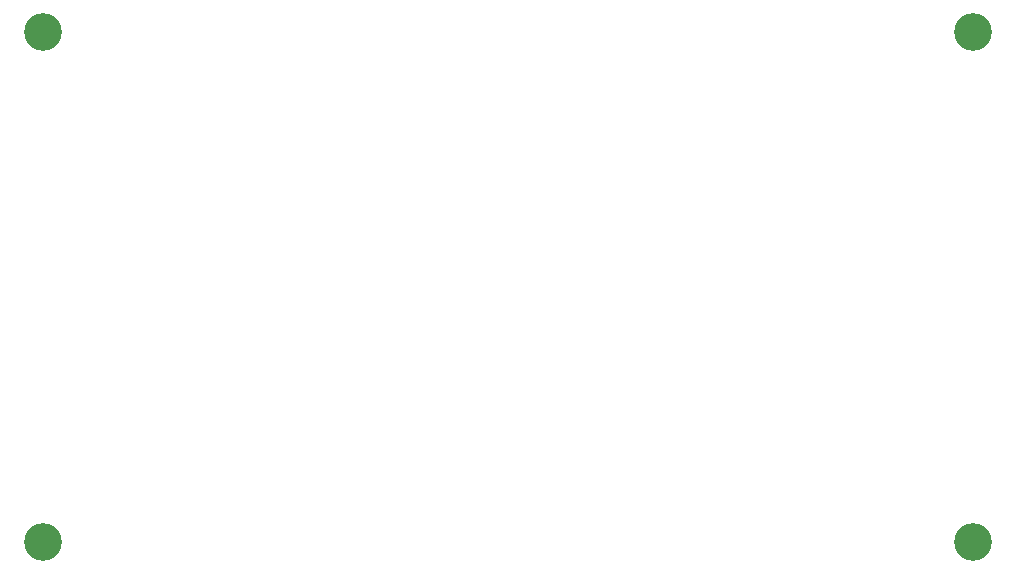
<source format=gbr>
%TF.GenerationSoftware,KiCad,Pcbnew,(5.1.10)-1*%
%TF.CreationDate,2021-12-09T23:22:54+01:00*%
%TF.ProjectId,UARTtoESP,55415254-746f-4455-9350-2e6b69636164,rev?*%
%TF.SameCoordinates,Original*%
%TF.FileFunction,NonPlated,1,2,NPTH,Drill*%
%TF.FilePolarity,Positive*%
%FSLAX46Y46*%
G04 Gerber Fmt 4.6, Leading zero omitted, Abs format (unit mm)*
G04 Created by KiCad (PCBNEW (5.1.10)-1) date 2021-12-09 23:22:54*
%MOMM*%
%LPD*%
G01*
G04 APERTURE LIST*
%TA.AperFunction,ComponentDrill*%
%ADD10C,3.200000*%
%TD*%
G04 APERTURE END LIST*
D10*
%TO.C,REF\u002A\u002A*%
X157480000Y-53340000D03*
X157480000Y-96520000D03*
X236220000Y-53340000D03*
X236220000Y-96520000D03*
M02*

</source>
